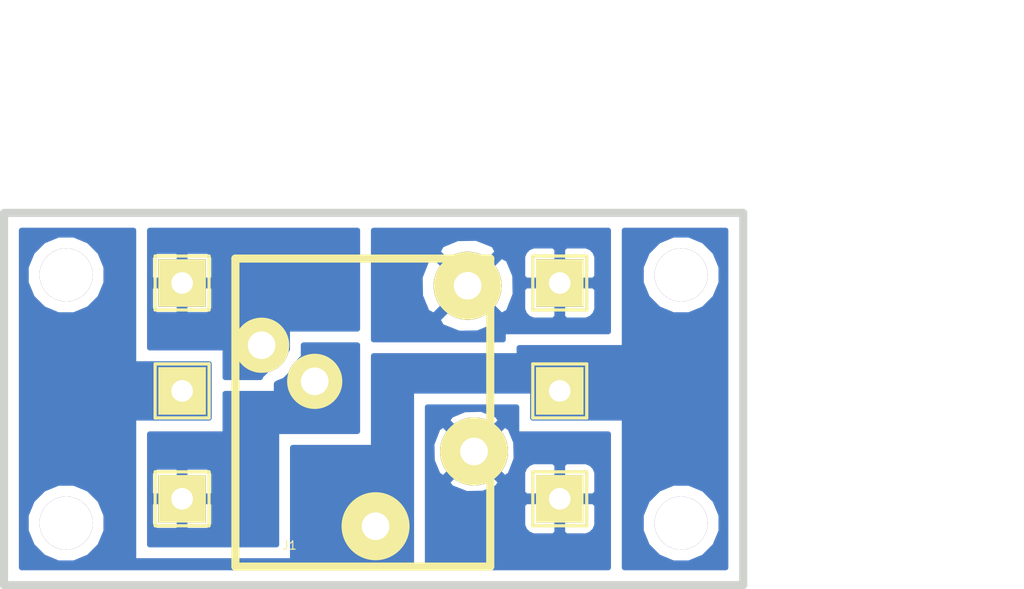
<source format=kicad_pcb>
(kicad_pcb (version 4) (host pcbnew 0.201412151231+5322~19~ubuntu14.04.1-product)

  (general
    (links 6)
    (no_connects 0)
    (area 89.278476 80.772 175.006001 113.46718)
    (thickness 1.6002)
    (drawings 7)
    (tracks 3)
    (zones 0)
    (modules 11)
    (nets 7)
  )

  (page A4)
  (title_block
    (date "22 sep 2014")
  )

  (layers
    (0 Front signal hide)
    (31 Back signal)
    (32 B.Adhes user)
    (33 F.Adhes user)
    (34 B.Paste user)
    (35 F.Paste user)
    (36 B.SilkS user)
    (37 F.SilkS user)
    (38 B.Mask user)
    (39 F.Mask user)
    (40 Dwgs.User user)
    (41 Cmts.User user)
    (42 Eco1.User user)
    (43 Eco2.User user)
    (44 Edge.Cuts user)
  )

  (setup
    (last_trace_width 0.59944)
    (trace_clearance 0.254)
    (zone_clearance 0.508)
    (zone_45_only yes)
    (trace_min 0.2032)
    (segment_width 0.381)
    (edge_width 0.381)
    (via_size 0.889)
    (via_drill 0.635)
    (via_min_size 0.889)
    (via_min_drill 0.508)
    (uvia_size 0.508)
    (uvia_drill 0.127)
    (uvias_allowed no)
    (uvia_min_size 0.508)
    (uvia_min_drill 0.127)
    (pcb_text_width 0.3048)
    (pcb_text_size 1.524 2.032)
    (mod_edge_width 0.381)
    (mod_text_size 1.524 1.524)
    (mod_text_width 0.3048)
    (pad_size 3.2004 3.2004)
    (pad_drill 1.30048)
    (pad_to_mask_clearance 0.254)
    (aux_axis_origin 0 0)
    (visible_elements FFFFFF3F)
    (pcbplotparams
      (layerselection 0x00030_80000001)
      (usegerberextensions true)
      (excludeedgelayer true)
      (linewidth 0.150000)
      (plotframeref false)
      (viasonmask false)
      (mode 1)
      (useauxorigin false)
      (hpglpennumber 1)
      (hpglpenspeed 20)
      (hpglpendiameter 15)
      (hpglpenoverlay 0)
      (psnegative false)
      (psa4output false)
      (plotreference true)
      (plotvalue true)
      (plotinvisibletext false)
      (padsonsilk false)
      (subtractmaskfromsilk false)
      (outputformat 1)
      (mirror false)
      (drillshape 1)
      (scaleselection 1)
      (outputdirectory ""))
  )

  (net 0 "")
  (net 1 AGND)
  (net 2 GND)
  (net 3 RADIO_right_out)
  (net 4 CD_right_in)
  (net 5 RADIO_left_out)
  (net 6 CD_left_in)

  (net_class Default "This is the default net class."
    (clearance 0.254)
    (trace_width 0.59944)
    (via_dia 0.889)
    (via_drill 0.635)
    (uvia_dia 0.508)
    (uvia_drill 0.127)
    (add_net AGND)
    (add_net CD_left_in)
    (add_net CD_right_in)
    (add_net RADIO_left_out)
    (add_net RADIO_right_out)
  )

  (module my_modules:3.5mm_stereo_jack_hacked (layer Front) (tedit 54942699) (tstamp 5494265D)
    (at 112.522 108.966 180)
    (path /54919413)
    (fp_text reference J1 (at 4.08432 -0.91948 180) (layer F.SilkS)
      (effects (font (size 0.39878 0.39878) (thickness 0.0508)))
    )
    (fp_text value SCJ368R1NUS0B00G (at -0.81534 8.48106 270) (layer F.SilkS) hide
      (effects (font (thickness 0.3048)))
    )
    (fp_line (start -5.36448 -1.92024) (end 6.63448 -1.92024) (layer F.SilkS) (width 0.381))
    (fp_line (start 6.63448 -1.92024) (end 6.63448 12.58062) (layer F.SilkS) (width 0.381))
    (fp_line (start 6.63448 12.58062) (end -5.36448 12.58062) (layer F.SilkS) (width 0.381))
    (fp_line (start -5.36448 12.58062) (end -5.36448 -1.92024) (layer F.SilkS) (width 0.381))
    (pad 1 thru_hole circle (at 0.03556 -0.02032 180) (size 3.2004 3.2004) (drill 1.30048) (layers *.Cu *.Mask F.SilkS)
      (net 1 AGND) (zone_connect 2))
    (pad 2 thru_hole circle (at -4.6 3.5 180) (size 3.2004 3.2004) (drill 1.30048) (layers *.Cu *.Mask F.SilkS)
      (net 3 RADIO_right_out) (zone_connect 1) (thermal_width 0.508) (thermal_gap 0.254))
    (pad 3 thru_hole circle (at -4.3 11.3 180) (size 3.2004 3.2004) (drill 1.30048) (layers *.Cu *.Mask F.SilkS)
      (net 4 CD_right_in))
    (pad 5 thru_hole circle (at 2.9 6.8 180) (size 2.6 2.6) (drill 1.30048) (layers *.Cu *.Mask F.SilkS)
      (net 5 RADIO_left_out) (zone_connect 2))
    (pad 4 thru_hole circle (at 5.4 8.5 180) (size 2.6 2.6) (drill 1.30048) (layers *.Cu *.Mask F.SilkS)
      (net 6 CD_left_in) (zone_connect 2))
  )

  (module Mounting_Holes:MountingHole_2-5mm (layer Front) (tedit 5491A8F2) (tstamp 54919E72)
    (at 126.873 108.839)
    (descr "Mounting hole, Befestigungsbohrung, 2,5mm, No Annular, Kein Restring,")
    (tags "Mounting hole, Befestigungsbohrung, 2,5mm, No Annular, Kein Restring,")
    (fp_text reference MountingHole_2-5mm (at 0 -3.50012) (layer F.SilkS) hide
      (effects (font (size 1 1) (thickness 0.15)))
    )
    (fp_text value VAL** (at 0.09906 3.59918) (layer F.SilkS) hide
      (effects (font (size 1 1) (thickness 0.15)))
    )
    (fp_circle (center 0 0) (end 2.49936 0) (layer Cmts.User) (width 0.381))
    (pad 1 thru_hole circle (at 0 0) (size 2.49936 2.49936) (drill 2.49936) (layers))
  )

  (module Mounting_Holes:MountingHole_2-5mm (layer Front) (tedit 5491A8F8) (tstamp 54919EA0)
    (at 97.917 108.839)
    (descr "Mounting hole, Befestigungsbohrung, 2,5mm, No Annular, Kein Restring,")
    (tags "Mounting hole, Befestigungsbohrung, 2,5mm, No Annular, Kein Restring,")
    (fp_text reference MountingHole_2-5mm (at 0 -3.50012) (layer F.SilkS) hide
      (effects (font (size 1 1) (thickness 0.15)))
    )
    (fp_text value VAL** (at 0.09906 3.59918) (layer F.SilkS) hide
      (effects (font (size 1 1) (thickness 0.15)))
    )
    (fp_circle (center 0 0) (end 2.49936 0) (layer Cmts.User) (width 0.381))
    (pad 1 thru_hole circle (at 0 0) (size 2.49936 2.49936) (drill 2.49936) (layers))
  )

  (module Mounting_Holes:MountingHole_2-5mm (layer Front) (tedit 5491A8F0) (tstamp 54919EB4)
    (at 126.873 97.155)
    (descr "Mounting hole, Befestigungsbohrung, 2,5mm, No Annular, Kein Restring,")
    (tags "Mounting hole, Befestigungsbohrung, 2,5mm, No Annular, Kein Restring,")
    (fp_text reference MountingHole_2-5mm (at 0 -3.50012) (layer F.SilkS) hide
      (effects (font (size 1 1) (thickness 0.15)))
    )
    (fp_text value VAL** (at 0.09906 3.59918) (layer F.SilkS) hide
      (effects (font (size 1 1) (thickness 0.15)))
    )
    (fp_circle (center 0 0) (end 2.49936 0) (layer Cmts.User) (width 0.381))
    (pad 1 thru_hole circle (at 0 0) (size 2.49936 2.49936) (drill 2.49936) (layers))
  )

  (module Mounting_Holes:MountingHole_2-5mm (layer Front) (tedit 5491A8F5) (tstamp 54919EF7)
    (at 97.917 97.155)
    (descr "Mounting hole, Befestigungsbohrung, 2,5mm, No Annular, Kein Restring,")
    (tags "Mounting hole, Befestigungsbohrung, 2,5mm, No Annular, Kein Restring,")
    (fp_text reference MountingHole_2-5mm (at 0 -3.50012) (layer F.SilkS) hide
      (effects (font (size 1 1) (thickness 0.15)))
    )
    (fp_text value VAL** (at 0.09906 3.59918) (layer F.SilkS) hide
      (effects (font (size 1 1) (thickness 0.15)))
    )
    (fp_circle (center 0 0) (end 2.49936 0) (layer Cmts.User) (width 0.381))
    (pad 1 thru_hole circle (at 0 0) (size 2.49936 2.49936) (drill 2.49936) (layers))
  )

  (module Pin_Headers:Pin_Header_Straight_1x01 (layer Front) (tedit 54942662) (tstamp 54942668)
    (at 103.378 107.696)
    (descr "Through hole pin header")
    (tags "pin header")
    (path /5491A2A2)
    (fp_text reference P1 (at 0 -2.286) (layer F.SilkS) hide
      (effects (font (size 1 1) (thickness 0.15)))
    )
    (fp_text value CONN_01X01 (at 0 0) (layer F.SilkS) hide
      (effects (font (size 1 1) (thickness 0.15)))
    )
    (fp_line (start -1.27 -1.27) (end -1.27 1.27) (layer F.SilkS) (width 0.15))
    (fp_line (start -1.27 1.27) (end 1.27 1.27) (layer F.SilkS) (width 0.15))
    (fp_line (start 1.27 1.27) (end 1.27 -1.27) (layer F.SilkS) (width 0.15))
    (fp_line (start 1.27 -1.27) (end -1.27 -1.27) (layer F.SilkS) (width 0.15))
    (pad 1 thru_hole rect (at 0 0) (size 2.2352 2.2352) (drill 1.016) (layers *.Cu *.Mask F.SilkS)
      (net 5 RADIO_left_out) (zone_connect 1) (thermal_width 0.508) (thermal_gap 0.254))
    (model Pin_Headers/Pin_Header_Straight_1x01.wrl
      (at (xyz 0 0 0))
      (scale (xyz 1 1 1))
      (rotate (xyz 0 0 0))
    )
  )

  (module Pin_Headers:Pin_Header_Straight_1x01 (layer Front) (tedit 549425E9) (tstamp 5491A157)
    (at 103.378 102.616 90)
    (descr "Through hole pin header")
    (tags "pin header")
    (path /5491A2C9)
    (fp_text reference P2 (at 0 -2.286 90) (layer F.SilkS) hide
      (effects (font (size 1 1) (thickness 0.15)))
    )
    (fp_text value CONN_01X01 (at 0 0 90) (layer F.SilkS) hide
      (effects (font (size 1 1) (thickness 0.15)))
    )
    (fp_line (start -1.27 -1.27) (end -1.27 1.27) (layer F.SilkS) (width 0.15))
    (fp_line (start -1.27 1.27) (end 1.27 1.27) (layer F.SilkS) (width 0.15))
    (fp_line (start 1.27 1.27) (end 1.27 -1.27) (layer F.SilkS) (width 0.15))
    (fp_line (start 1.27 -1.27) (end -1.27 -1.27) (layer F.SilkS) (width 0.15))
    (pad 1 thru_hole rect (at 0 0 90) (size 2.2352 2.2352) (drill 1.016) (layers *.Cu *.Mask F.SilkS)
      (net 1 AGND) (zone_connect 2))
    (model Pin_Headers/Pin_Header_Straight_1x01.wrl
      (at (xyz 0 0 0))
      (scale (xyz 1 1 1))
      (rotate (xyz 0 0 0))
    )
  )

  (module Pin_Headers:Pin_Header_Straight_1x01 (layer Front) (tedit 5491A90D) (tstamp 5491A15F)
    (at 121.158 107.696 270)
    (descr "Through hole pin header")
    (tags "pin header")
    (path /5491A2E7)
    (fp_text reference P3 (at 0 -2.286 270) (layer F.SilkS) hide
      (effects (font (size 1 1) (thickness 0.15)))
    )
    (fp_text value CONN_01X01 (at 0 0 270) (layer F.SilkS) hide
      (effects (font (size 1 1) (thickness 0.15)))
    )
    (fp_line (start -1.27 -1.27) (end -1.27 1.27) (layer F.SilkS) (width 0.15))
    (fp_line (start -1.27 1.27) (end 1.27 1.27) (layer F.SilkS) (width 0.15))
    (fp_line (start 1.27 1.27) (end 1.27 -1.27) (layer F.SilkS) (width 0.15))
    (fp_line (start 1.27 -1.27) (end -1.27 -1.27) (layer F.SilkS) (width 0.15))
    (pad 1 thru_hole rect (at 0 0 270) (size 2.2352 2.2352) (drill 1.016) (layers *.Cu *.Mask F.SilkS)
      (net 3 RADIO_right_out))
    (model Pin_Headers/Pin_Header_Straight_1x01.wrl
      (at (xyz 0 0 0))
      (scale (xyz 1 1 1))
      (rotate (xyz 0 0 0))
    )
  )

  (module Pin_Headers:Pin_Header_Straight_1x01 (layer Front) (tedit 54942623) (tstamp 5491A16F)
    (at 103.378 97.536)
    (descr "Through hole pin header")
    (tags "pin header")
    (path /5491A204)
    (fp_text reference P4 (at 0 -2.286) (layer F.SilkS) hide
      (effects (font (size 1 1) (thickness 0.15)))
    )
    (fp_text value CONN_01X01 (at 0 0) (layer F.SilkS) hide
      (effects (font (size 1 1) (thickness 0.15)))
    )
    (fp_line (start -1.27 -1.27) (end -1.27 1.27) (layer F.SilkS) (width 0.15))
    (fp_line (start -1.27 1.27) (end 1.27 1.27) (layer F.SilkS) (width 0.15))
    (fp_line (start 1.27 1.27) (end 1.27 -1.27) (layer F.SilkS) (width 0.15))
    (fp_line (start 1.27 -1.27) (end -1.27 -1.27) (layer F.SilkS) (width 0.15))
    (pad 1 thru_hole rect (at 0 0) (size 2.2352 2.2352) (drill 1.016) (layers *.Cu *.Mask F.SilkS)
      (net 6 CD_left_in) (zone_connect 1) (thermal_width 0.508) (thermal_gap 0.254))
    (model Pin_Headers/Pin_Header_Straight_1x01.wrl
      (at (xyz 0 0 0))
      (scale (xyz 1 1 1))
      (rotate (xyz 0 0 0))
    )
  )

  (module Pin_Headers:Pin_Header_Straight_1x01 (layer Front) (tedit 549425E3) (tstamp 5491A178)
    (at 121.158 102.616)
    (descr "Through hole pin header")
    (tags "pin header")
    (path /5491A1C9)
    (fp_text reference P5 (at 0 -2.286) (layer F.SilkS) hide
      (effects (font (size 1 1) (thickness 0.15)))
    )
    (fp_text value CONN_01X01 (at 0 0) (layer F.SilkS) hide
      (effects (font (size 1 1) (thickness 0.15)))
    )
    (fp_line (start -1.27 -1.27) (end -1.27 1.27) (layer F.SilkS) (width 0.15))
    (fp_line (start -1.27 1.27) (end 1.27 1.27) (layer F.SilkS) (width 0.15))
    (fp_line (start 1.27 1.27) (end 1.27 -1.27) (layer F.SilkS) (width 0.15))
    (fp_line (start 1.27 -1.27) (end -1.27 -1.27) (layer F.SilkS) (width 0.15))
    (pad 1 thru_hole rect (at 0 0) (size 2.2352 2.2352) (drill 1.016) (layers *.Cu *.Mask F.SilkS)
      (net 1 AGND) (zone_connect 2))
    (model Pin_Headers/Pin_Header_Straight_1x01.wrl
      (at (xyz 0 0 0))
      (scale (xyz 1 1 1))
      (rotate (xyz 0 0 0))
    )
  )

  (module Pin_Headers:Pin_Header_Straight_1x01 (layer Front) (tedit 5491A907) (tstamp 5491A181)
    (at 121.158 97.536)
    (descr "Through hole pin header")
    (tags "pin header")
    (path /5491A285)
    (fp_text reference P6 (at 0 -2.286) (layer F.SilkS) hide
      (effects (font (size 1 1) (thickness 0.15)))
    )
    (fp_text value CONN_01X01 (at 0 0) (layer F.SilkS) hide
      (effects (font (size 1 1) (thickness 0.15)))
    )
    (fp_line (start -1.27 -1.27) (end -1.27 1.27) (layer F.SilkS) (width 0.15))
    (fp_line (start -1.27 1.27) (end 1.27 1.27) (layer F.SilkS) (width 0.15))
    (fp_line (start 1.27 1.27) (end 1.27 -1.27) (layer F.SilkS) (width 0.15))
    (fp_line (start 1.27 -1.27) (end -1.27 -1.27) (layer F.SilkS) (width 0.15))
    (pad 1 thru_hole rect (at 0 0) (size 2.2352 2.2352) (drill 1.016) (layers *.Cu *.Mask F.SilkS)
      (net 4 CD_right_in))
    (model Pin_Headers/Pin_Header_Straight_1x01.wrl
      (at (xyz 0 0 0))
      (scale (xyz 1 1 1))
      (rotate (xyz 0 0 0))
    )
  )

  (dimension 17.526 (width 0.3048) (layer Dwgs.User)
    (gr_text "17.526 mm" (at 141.0716 102.997 270) (layer Dwgs.User)
      (effects (font (size 2.032 1.524) (thickness 0.3048)))
    )
    (feature1 (pts (xy 129.54 111.76) (xy 142.6972 111.76)))
    (feature2 (pts (xy 129.54 94.234) (xy 142.6972 94.234)))
    (crossbar (pts (xy 139.446 94.234) (xy 139.446 111.76)))
    (arrow1a (pts (xy 139.446 111.76) (xy 138.859579 110.633496)))
    (arrow1b (pts (xy 139.446 111.76) (xy 140.032421 110.633496)))
    (arrow2a (pts (xy 139.446 94.234) (xy 138.859579 95.360504)))
    (arrow2b (pts (xy 139.446 94.234) (xy 140.032421 95.360504)))
  )
  (dimension 34.798927 (width 0.3048) (layer Dwgs.User)
    (gr_text "34.799 mm" (at 112.453159 86.647198 359.5817901) (layer Dwgs.User)
      (effects (font (size 2.032 1.524) (thickness 0.3048)))
    )
    (feature1 (pts (xy 129.794 94.742) (xy 129.864025 85.148642)))
    (feature2 (pts (xy 94.996 94.488) (xy 95.066025 84.894642)))
    (crossbar (pts (xy 95.042294 88.145755) (xy 129.840294 88.399755)))
    (arrow1a (pts (xy 129.840294 88.399755) (xy 128.70954 88.977938)))
    (arrow1b (pts (xy 129.840294 88.399755) (xy 128.718101 87.805127)))
    (arrow2a (pts (xy 95.042294 88.145755) (xy 96.164487 88.740383)))
    (arrow2b (pts (xy 95.042294 88.145755) (xy 96.173048 87.567572)))
  )
  (gr_line (start 129.794 111.76) (end 129.54 111.76) (angle 90) (layer Edge.Cuts) (width 0.381))
  (gr_line (start 129.794 94.234) (end 129.794 111.76) (angle 90) (layer Edge.Cuts) (width 0.381))
  (gr_line (start 94.996 94.234) (end 129.794 94.234) (angle 90) (layer Edge.Cuts) (width 0.381))
  (gr_line (start 94.996 111.76) (end 94.996 94.234) (angle 90) (layer Edge.Cuts) (width 0.381))
  (gr_line (start 129.54 111.76) (end 94.996 111.76) (angle 90) (layer Edge.Cuts) (width 0.381))

  (segment (start 109.622 102.166) (end 109.416 102.166) (width 0.59944) (layer Back) (net 5) (status 30))
  (segment (start 109.622 102.166) (end 109.622 101.706) (width 0.59944) (layer Back) (net 5) (status 30))
  (segment (start 109.622 102.166) (end 110.2415 102.166) (width 0.59944) (layer Back) (net 5) (status 30))

  (zone (net 2) (net_name GND) (layer Front) (tstamp 54259C7A) (hatch edge 0.508)
    (connect_pads (clearance 0.508))
    (min_thickness 0.254)
    (fill yes (arc_segments 16) (thermal_gap 0.508) (thermal_bridge_width 0.508))
    (polygon
      (pts
        (xy 175.006 99.822) (xy 141.732 99.822) (xy 141.732 80.772) (xy 175.006 80.772)
      )
    )
  )
  (zone (net 0) (net_name "") (layer Front) (tstamp 54259D5B) (hatch edge 0.508)
    (connect_pads (clearance 0.508))
    (min_thickness 0.254)
    (keepout (tracks allowed) (vias allowed) (copperpour not_allowed))
    (fill yes (arc_segments 16) (thermal_gap 0.508) (thermal_bridge_width 0.508))
    (polygon
      (pts
        (xy 175.006 99.314) (xy 172.466 99.314) (xy 172.466 97.282) (xy 175.006 97.282)
      )
    )
  )
  (zone (net 0) (net_name "") (layer Front) (tstamp 54259D6F) (hatch edge 0.508)
    (connect_pads (clearance 0.508))
    (min_thickness 0.254)
    (keepout (tracks allowed) (vias allowed) (copperpour not_allowed))
    (fill yes (arc_segments 16) (thermal_gap 0.508) (thermal_bridge_width 0.508))
    (polygon
      (pts
        (xy 175.006 94.234) (xy 172.466 94.234) (xy 172.466 92.202) (xy 175.006 92.202)
      )
    )
  )
  (zone (net 0) (net_name "") (layer Front) (tstamp 54259D76) (hatch edge 0.508)
    (connect_pads (clearance 0.508))
    (min_thickness 0.254)
    (keepout (tracks allowed) (vias allowed) (copperpour not_allowed))
    (fill yes (arc_segments 16) (thermal_gap 0.508) (thermal_bridge_width 0.508))
    (polygon
      (pts
        (xy 175.006 89.154) (xy 172.466 89.154) (xy 172.466 87.122) (xy 175.006 87.122)
      )
    )
  )
  (zone (net 1) (net_name AGND) (layer Back) (tstamp 54942208) (hatch edge 0.508)
    (connect_pads (clearance 0.508))
    (min_thickness 0.254)
    (fill yes (arc_segments 16) (thermal_gap 0.508) (thermal_bridge_width 0.508))
    (polygon
      (pts
        (xy 129.54 111.506) (xy 124.079 111.506) (xy 124.079 104.013) (xy 119.761 104.013) (xy 119.761 102.743)
        (xy 114.3 102.743) (xy 114.3 111.506) (xy 95.25 111.506) (xy 95.25 94.488) (xy 101.219 94.488)
        (xy 101.219 101.219) (xy 104.775 101.219) (xy 104.775 104.013) (xy 101.219 104.013) (xy 101.219 110.49)
        (xy 108.458 110.49) (xy 108.458 105.156) (xy 112.268 105.156) (xy 112.268 100.838) (xy 119.126 100.838)
        (xy 119.126 100.457) (xy 124.079 100.457) (xy 124.079 94.488) (xy 129.54 94.488)
      )
    )
    (filled_polygon
      (pts
        (xy 128.9685 110.9345) (xy 128.758006 110.9345) (xy 128.758006 108.465759) (xy 128.758006 96.781759) (xy 128.471686 96.088809)
        (xy 127.941979 95.558178) (xy 127.249531 95.270648) (xy 126.499759 95.269994) (xy 125.806809 95.556314) (xy 125.276178 96.086021)
        (xy 124.988648 96.778469) (xy 124.987994 97.528241) (xy 125.274314 98.221191) (xy 125.804021 98.751822) (xy 126.496469 99.039352)
        (xy 127.246241 99.040006) (xy 127.939191 98.753686) (xy 128.469822 98.223979) (xy 128.757352 97.531531) (xy 128.758006 96.781759)
        (xy 128.758006 108.465759) (xy 128.471686 107.772809) (xy 127.941979 107.242178) (xy 127.249531 106.954648) (xy 126.499759 106.953994)
        (xy 125.806809 107.240314) (xy 125.276178 107.770021) (xy 124.988648 108.462469) (xy 124.987994 109.212241) (xy 125.274314 109.905191)
        (xy 125.804021 110.435822) (xy 126.496469 110.723352) (xy 127.246241 110.724006) (xy 127.939191 110.437686) (xy 128.469822 109.907979)
        (xy 128.757352 109.215531) (xy 128.758006 108.465759) (xy 128.758006 110.9345) (xy 124.206 110.9345) (xy 124.206 103.886)
        (xy 119.888 103.886) (xy 119.888 102.616) (xy 114.173 102.616) (xy 114.173 110.9345) (xy 99.802006 110.9345)
        (xy 99.802006 108.465759) (xy 99.802006 96.781759) (xy 99.515686 96.088809) (xy 98.985979 95.558178) (xy 98.293531 95.270648)
        (xy 97.543759 95.269994) (xy 96.850809 95.556314) (xy 96.320178 96.086021) (xy 96.032648 96.778469) (xy 96.031994 97.528241)
        (xy 96.318314 98.221191) (xy 96.848021 98.751822) (xy 97.540469 99.039352) (xy 98.290241 99.040006) (xy 98.983191 98.753686)
        (xy 99.513822 98.223979) (xy 99.801352 97.531531) (xy 99.802006 96.781759) (xy 99.802006 108.465759) (xy 99.515686 107.772809)
        (xy 98.985979 107.242178) (xy 98.293531 106.954648) (xy 97.543759 106.953994) (xy 96.850809 107.240314) (xy 96.320178 107.770021)
        (xy 96.032648 108.462469) (xy 96.031994 109.212241) (xy 96.318314 109.905191) (xy 96.848021 110.435822) (xy 97.540469 110.723352)
        (xy 98.290241 110.724006) (xy 98.983191 110.437686) (xy 99.513822 109.907979) (xy 99.801352 109.215531) (xy 99.802006 108.465759)
        (xy 99.802006 110.9345) (xy 95.8215 110.9345) (xy 95.8215 95.0595) (xy 101.092 95.0595) (xy 101.092 101.346)
        (xy 104.648 101.346) (xy 104.648 103.886) (xy 101.092 103.886) (xy 101.092 110.617) (xy 108.585 110.617)
        (xy 108.585 105.283) (xy 112.395 105.283) (xy 112.395 100.965) (xy 119.253 100.965) (xy 119.253 100.584)
        (xy 124.206 100.584) (xy 124.206 95.0595) (xy 128.9685 95.0595) (xy 128.9685 110.9345)
      )
    )
  )
  (zone (net 3) (net_name RADIO_right_out) (layer Back) (tstamp 54942204) (hatch edge 0.508)
    (connect_pads (clearance 0.508))
    (min_thickness 0.254)
    (fill yes (arc_segments 16) (thermal_gap 0.508) (thermal_bridge_width 0.508))
    (polygon
      (pts
        (xy 123.571 111.506) (xy 114.808 111.506) (xy 114.808 103.251) (xy 119.253 103.251) (xy 119.253 104.521)
        (xy 123.571 104.521)
      )
    )
    (filled_polygon
      (pts
        (xy 123.444 110.9345) (xy 122.9106 110.9345) (xy 122.9106 108.939909) (xy 122.9106 107.98175) (xy 122.9106 107.41025)
        (xy 122.9106 106.452091) (xy 122.813927 106.218702) (xy 122.635299 106.040073) (xy 122.40191 105.9434) (xy 122.149291 105.9434)
        (xy 121.44375 105.9434) (xy 121.285 106.10215) (xy 121.285 107.569) (xy 122.75185 107.569) (xy 122.9106 107.41025)
        (xy 122.9106 107.98175) (xy 122.75185 107.823) (xy 121.285 107.823) (xy 121.285 109.28985) (xy 121.44375 109.4486)
        (xy 122.149291 109.4486) (xy 122.40191 109.4486) (xy 122.635299 109.351927) (xy 122.813927 109.173298) (xy 122.9106 108.939909)
        (xy 122.9106 110.9345) (xy 121.031 110.9345) (xy 121.031 109.28985) (xy 121.031 107.823) (xy 121.031 107.569)
        (xy 121.031 106.10215) (xy 120.87225 105.9434) (xy 120.166709 105.9434) (xy 119.91409 105.9434) (xy 119.680701 106.040073)
        (xy 119.502073 106.218702) (xy 119.4054 106.452091) (xy 119.4054 107.41025) (xy 119.56415 107.569) (xy 121.031 107.569)
        (xy 121.031 107.823) (xy 119.56415 107.823) (xy 119.4054 107.98175) (xy 119.4054 108.939909) (xy 119.502073 109.173298)
        (xy 119.680701 109.351927) (xy 119.91409 109.4486) (xy 120.166709 109.4486) (xy 120.87225 109.4486) (xy 121.031 109.28985)
        (xy 121.031 110.9345) (xy 119.111963 110.9345) (xy 119.111963 105.813139) (xy 119.09333 105.025189) (xy 118.827641 104.38376)
        (xy 118.569851 104.197754) (xy 118.390246 104.377359) (xy 118.390246 104.018149) (xy 118.20424 103.760359) (xy 117.469139 103.476037)
        (xy 116.681189 103.49467) (xy 116.03976 103.760359) (xy 115.853754 104.018149) (xy 117.122 105.286395) (xy 118.390246 104.018149)
        (xy 118.390246 104.377359) (xy 117.301605 105.466) (xy 118.569851 106.734246) (xy 118.827641 106.54824) (xy 119.111963 105.813139)
        (xy 119.111963 110.9345) (xy 118.390246 110.9345) (xy 118.390246 106.913851) (xy 117.122 105.645605) (xy 116.942395 105.82521)
        (xy 116.942395 105.466) (xy 115.674149 104.197754) (xy 115.416359 104.38376) (xy 115.132037 105.118861) (xy 115.15067 105.906811)
        (xy 115.416359 106.54824) (xy 115.674149 106.734246) (xy 116.942395 105.466) (xy 116.942395 105.82521) (xy 115.853754 106.913851)
        (xy 116.03976 107.171641) (xy 116.774861 107.455963) (xy 117.562811 107.43733) (xy 118.20424 107.171641) (xy 118.390246 106.913851)
        (xy 118.390246 110.9345) (xy 114.935 110.9345) (xy 114.935 103.378) (xy 119.126 103.378) (xy 119.126 104.648)
        (xy 123.444 104.648) (xy 123.444 110.9345)
      )
    )
  )
  (zone (net 4) (net_name CD_right_in) (layer Back) (tstamp 54942203) (hatch edge 0.508)
    (connect_pads (clearance 0.508))
    (min_thickness 0.254)
    (fill yes (arc_segments 16) (thermal_gap 0.508) (thermal_bridge_width 0.508))
    (polygon
      (pts
        (xy 123.571 99.949) (xy 118.618 99.949) (xy 118.618 100.33) (xy 112.268 100.33) (xy 112.268 94.488)
        (xy 123.571 94.488)
      )
    )
    (filled_polygon
      (pts
        (xy 123.444 99.822) (xy 122.9106 99.822) (xy 122.9106 98.77991) (xy 122.9106 98.527291) (xy 122.9106 97.82175)
        (xy 122.9106 97.25025) (xy 122.9106 96.544709) (xy 122.9106 96.29209) (xy 122.813927 96.058701) (xy 122.635298 95.880073)
        (xy 122.401909 95.7834) (xy 121.44375 95.7834) (xy 121.285 95.94215) (xy 121.285 97.409) (xy 122.75185 97.409)
        (xy 122.9106 97.25025) (xy 122.9106 97.82175) (xy 122.75185 97.663) (xy 121.285 97.663) (xy 121.285 99.12985)
        (xy 121.44375 99.2886) (xy 122.401909 99.2886) (xy 122.635298 99.191927) (xy 122.813927 99.013299) (xy 122.9106 98.77991)
        (xy 122.9106 99.822) (xy 121.031 99.822) (xy 121.031 99.12985) (xy 121.031 97.663) (xy 121.031 97.409)
        (xy 121.031 95.94215) (xy 120.87225 95.7834) (xy 119.914091 95.7834) (xy 119.680702 95.880073) (xy 119.502073 96.058701)
        (xy 119.4054 96.29209) (xy 119.4054 96.544709) (xy 119.4054 97.25025) (xy 119.56415 97.409) (xy 121.031 97.409)
        (xy 121.031 97.663) (xy 119.56415 97.663) (xy 119.4054 97.82175) (xy 119.4054 98.527291) (xy 119.4054 98.77991)
        (xy 119.502073 99.013299) (xy 119.680702 99.191927) (xy 119.914091 99.2886) (xy 120.87225 99.2886) (xy 121.031 99.12985)
        (xy 121.031 99.822) (xy 119.064226 99.822) (xy 119.064226 98.073702) (xy 119.049567 97.184605) (xy 118.737525 96.43127)
        (xy 118.408347 96.259258) (xy 118.228742 96.438863) (xy 118.228742 96.079653) (xy 118.05673 95.750475) (xy 117.229702 95.423774)
        (xy 116.340605 95.438433) (xy 115.58727 95.750475) (xy 115.415258 96.079653) (xy 116.822 97.486395) (xy 118.228742 96.079653)
        (xy 118.228742 96.438863) (xy 117.001605 97.666) (xy 118.408347 99.072742) (xy 118.737525 98.90073) (xy 119.064226 98.073702)
        (xy 119.064226 99.822) (xy 118.491 99.822) (xy 118.491 100.203) (xy 118.228742 100.203) (xy 118.228742 99.252347)
        (xy 116.822 97.845605) (xy 116.642395 98.02521) (xy 116.642395 97.666) (xy 115.235653 96.259258) (xy 114.906475 96.43127)
        (xy 114.579774 97.258298) (xy 114.594433 98.147395) (xy 114.906475 98.90073) (xy 115.235653 99.072742) (xy 116.642395 97.666)
        (xy 116.642395 98.02521) (xy 115.415258 99.252347) (xy 115.58727 99.581525) (xy 116.414298 99.908226) (xy 117.303395 99.893567)
        (xy 118.05673 99.581525) (xy 118.228742 99.252347) (xy 118.228742 100.203) (xy 112.395 100.203) (xy 112.395 95.0595)
        (xy 123.444 95.0595) (xy 123.444 99.822)
      )
    )
  )
  (zone (net 5) (net_name RADIO_left_out) (layer Back) (tstamp 54942205) (hatch edge 0.508)
    (connect_pads (clearance 0.508))
    (min_thickness 0.254)
    (fill yes (arc_segments 16) (thermal_gap 0.508) (thermal_bridge_width 0.508))
    (polygon
      (pts
        (xy 111.76 104.648) (xy 107.95 104.648) (xy 107.95 109.982) (xy 101.727 109.982) (xy 101.727 104.521)
        (xy 105.283 104.521) (xy 105.283 102.616) (xy 107.696 102.616) (xy 107.696 102.235) (xy 108.966 100.965)
        (xy 108.966 100.33) (xy 111.76 100.33)
      )
    )
    (filled_polygon
      (pts
        (xy 111.633 104.521) (xy 107.823 104.521) (xy 107.823 109.855) (xy 104.8766 109.855) (xy 104.8766 108.889385)
        (xy 104.8766 108.737814) (xy 104.8766 107.91825) (xy 104.8766 107.47375) (xy 104.8766 106.654186) (xy 104.8766 106.502615)
        (xy 104.818596 106.362581) (xy 104.71142 106.255404) (xy 104.571386 106.1974) (xy 103.60025 106.1974) (xy 103.505 106.29265)
        (xy 103.505 107.569) (xy 104.78135 107.569) (xy 104.8766 107.47375) (xy 104.8766 107.91825) (xy 104.78135 107.823)
        (xy 103.505 107.823) (xy 103.505 109.09935) (xy 103.60025 109.1946) (xy 104.571386 109.1946) (xy 104.71142 109.136596)
        (xy 104.818596 109.029419) (xy 104.8766 108.889385) (xy 104.8766 109.855) (xy 103.251 109.855) (xy 103.251 109.09935)
        (xy 103.251 107.823) (xy 103.251 107.569) (xy 103.251 106.29265) (xy 103.15575 106.1974) (xy 102.184614 106.1974)
        (xy 102.04458 106.255404) (xy 101.937404 106.362581) (xy 101.8794 106.502615) (xy 101.8794 106.654186) (xy 101.8794 107.47375)
        (xy 101.97465 107.569) (xy 103.251 107.569) (xy 103.251 107.823) (xy 101.97465 107.823) (xy 101.8794 107.91825)
        (xy 101.8794 108.737814) (xy 101.8794 108.889385) (xy 101.937404 109.029419) (xy 102.04458 109.136596) (xy 102.184614 109.1946)
        (xy 103.15575 109.1946) (xy 103.251 109.09935) (xy 103.251 109.855) (xy 101.854 109.855) (xy 101.854 104.648)
        (xy 105.41 104.648) (xy 105.41 102.743) (xy 107.823 102.743) (xy 107.823 102.287605) (xy 107.852957 102.257647)
        (xy 108.216658 102.10737) (xy 108.761457 101.563521) (xy 108.91368 101.196924) (xy 109.093 101.017605) (xy 109.093 100.457)
        (xy 111.633 100.457) (xy 111.633 104.521)
      )
    )
  )
  (zone (net 6) (net_name CD_left_in) (layer Back) (tstamp 54942267) (hatch full 0.508)
    (connect_pads (clearance 0.508))
    (min_thickness 0.254)
    (fill yes (mode segment) (arc_segments 16) (thermal_gap 0.508) (thermal_bridge_width 0.508))
    (polygon
      (pts
        (xy 111.76 99.822) (xy 108.458 99.822) (xy 108.458 100.711) (xy 107.188 101.981) (xy 107.188 102.108)
        (xy 105.283 102.108) (xy 105.283 100.711) (xy 101.727 100.711) (xy 101.727 94.488) (xy 111.76 94.488)
      )
    )
    (filled_polygon
      (pts
        (xy 111.633 99.695) (xy 108.331 99.695) (xy 108.331 100.658395) (xy 107.061 101.928395) (xy 107.061 101.981)
        (xy 105.41 101.981) (xy 105.41 100.584) (xy 104.8766 100.584) (xy 104.8766 98.729385) (xy 104.8766 98.577814)
        (xy 104.8766 97.75825) (xy 104.8766 97.31375) (xy 104.8766 96.494186) (xy 104.8766 96.342615) (xy 104.818596 96.202581)
        (xy 104.71142 96.095404) (xy 104.571386 96.0374) (xy 103.60025 96.0374) (xy 103.505 96.13265) (xy 103.505 97.409)
        (xy 104.78135 97.409) (xy 104.8766 97.31375) (xy 104.8766 97.75825) (xy 104.78135 97.663) (xy 103.505 97.663)
        (xy 103.505 98.93935) (xy 103.60025 99.0346) (xy 104.571386 99.0346) (xy 104.71142 98.976596) (xy 104.818596 98.869419)
        (xy 104.8766 98.729385) (xy 104.8766 100.584) (xy 103.251 100.584) (xy 103.251 98.93935) (xy 103.251 97.663)
        (xy 103.251 97.409) (xy 103.251 96.13265) (xy 103.15575 96.0374) (xy 102.184614 96.0374) (xy 102.04458 96.095404)
        (xy 101.937404 96.202581) (xy 101.8794 96.342615) (xy 101.8794 96.494186) (xy 101.8794 97.31375) (xy 101.97465 97.409)
        (xy 103.251 97.409) (xy 103.251 97.663) (xy 101.97465 97.663) (xy 101.8794 97.75825) (xy 101.8794 98.577814)
        (xy 101.8794 98.729385) (xy 101.937404 98.869419) (xy 102.04458 98.976596) (xy 102.184614 99.0346) (xy 103.15575 99.0346)
        (xy 103.251 98.93935) (xy 103.251 100.584) (xy 101.854 100.584) (xy 101.854 95.0595) (xy 111.633 95.0595)
        (xy 111.633 99.695)
      )
    )
    (fill_segments
      (pts (xy 101.854 95.0595) (xy 111.633 95.0595))
      (pts (xy 101.854 95.2627) (xy 111.633 95.2627))
      (pts (xy 101.854 95.4659) (xy 111.633 95.4659))
      (pts (xy 101.854 95.6691) (xy 111.633 95.6691))
      (pts (xy 101.854 95.8723) (xy 111.633 95.8723))
      (pts (xy 101.854 96.0755) (xy 102.092632 96.0755))
      (pts (xy 103.19385 96.0755) (xy 103.56215 96.0755))
      (pts (xy 104.663367 96.0755) (xy 111.633 96.0755))
      (pts (xy 101.854 96.2787) (xy 101.905874 96.2787))
      (pts (xy 103.251 96.2787) (xy 103.505 96.2787))
      (pts (xy 104.850125 96.2787) (xy 111.633 96.2787))
      (pts (xy 101.854 96.4819) (xy 101.8794 96.4819))
      (pts (xy 103.251 96.4819) (xy 103.505 96.4819))
      (pts (xy 104.8766 96.4819) (xy 111.633 96.4819))
      (pts (xy 101.854 96.6851) (xy 101.8794 96.6851))
      (pts (xy 103.251 96.6851) (xy 103.505 96.6851))
      (pts (xy 104.8766 96.6851) (xy 111.633 96.6851))
      (pts (xy 101.854 96.8883) (xy 101.8794 96.8883))
      (pts (xy 103.251 96.8883) (xy 103.505 96.8883))
      (pts (xy 104.8766 96.8883) (xy 111.633 96.8883))
      (pts (xy 101.854 97.0915) (xy 101.8794 97.0915))
      (pts (xy 103.251 97.0915) (xy 103.505 97.0915))
      (pts (xy 104.8766 97.0915) (xy 111.633 97.0915))
      (pts (xy 101.854 97.2947) (xy 101.8794 97.2947))
      (pts (xy 103.251 97.2947) (xy 103.505 97.2947))
      (pts (xy 104.8766 97.2947) (xy 111.633 97.2947))
      (pts (xy 101.854 97.4979) (xy 103.251 97.4979))
      (pts (xy 103.251 97.4979) (xy 104.8766 97.4979))
      (pts (xy 104.8766 97.4979) (xy 111.633 97.4979))
      (pts (xy 101.854 97.7011) (xy 101.93655 97.7011))
      (pts (xy 103.251 97.7011) (xy 103.505 97.7011))
      (pts (xy 104.81945 97.7011) (xy 104.8766 97.7011))
      (pts (xy 104.8766 97.7011) (xy 111.633 97.7011))
      (pts (xy 101.854 97.9043) (xy 101.8794 97.9043))
      (pts (xy 103.251 97.9043) (xy 103.505 97.9043))
      (pts (xy 104.8766 97.9043) (xy 111.633 97.9043))
      (pts (xy 101.854 98.1075) (xy 101.8794 98.1075))
      (pts (xy 103.251 98.1075) (xy 103.505 98.1075))
      (pts (xy 104.8766 98.1075) (xy 111.633 98.1075))
      (pts (xy 101.854 98.3107) (xy 101.8794 98.3107))
      (pts (xy 103.251 98.3107) (xy 103.505 98.3107))
      (pts (xy 104.8766 98.3107) (xy 111.633 98.3107))
      (pts (xy 101.854 98.5139) (xy 101.8794 98.5139))
      (pts (xy 103.251 98.5139) (xy 103.505 98.5139))
      (pts (xy 104.8766 98.5139) (xy 111.633 98.5139))
      (pts (xy 101.854 98.7171) (xy 101.8794 98.7171))
      (pts (xy 103.251 98.7171) (xy 103.505 98.7171))
      (pts (xy 104.8766 98.7171) (xy 111.633 98.7171))
      (pts (xy 101.854 98.9203) (xy 101.988285 98.9203))
      (pts (xy 103.251 98.9203) (xy 103.505 98.9203))
      (pts (xy 104.767716 98.9203) (xy 104.8766 98.9203))
      (pts (xy 104.8766 98.9203) (xy 111.633 98.9203))
      (pts (xy 101.854 99.1235) (xy 103.251 99.1235))
      (pts (xy 103.251 99.1235) (xy 104.8766 99.1235))
      (pts (xy 104.8766 99.1235) (xy 111.633 99.1235))
      (pts (xy 101.854 99.3267) (xy 103.251 99.3267))
      (pts (xy 103.251 99.3267) (xy 104.8766 99.3267))
      (pts (xy 104.8766 99.3267) (xy 111.633 99.3267))
      (pts (xy 101.854 99.5299) (xy 103.251 99.5299))
      (pts (xy 103.251 99.5299) (xy 104.8766 99.5299))
      (pts (xy 104.8766 99.5299) (xy 111.633 99.5299))
      (pts (xy 101.854 99.7331) (xy 103.251 99.7331))
      (pts (xy 103.251 99.7331) (xy 104.8766 99.7331))
      (pts (xy 104.8766 99.7331) (xy 108.331 99.7331))
      (pts (xy 101.854 99.9363) (xy 103.251 99.9363))
      (pts (xy 103.251 99.9363) (xy 104.8766 99.9363))
      (pts (xy 104.8766 99.9363) (xy 108.331 99.9363))
      (pts (xy 101.854 100.1395) (xy 103.251 100.1395))
      (pts (xy 103.251 100.1395) (xy 104.8766 100.1395))
      (pts (xy 104.8766 100.1395) (xy 108.331 100.1395))
      (pts (xy 101.854 100.3427) (xy 103.251 100.3427))
      (pts (xy 103.251 100.3427) (xy 104.8766 100.3427))
      (pts (xy 104.8766 100.3427) (xy 108.331 100.3427))
      (pts (xy 101.854 100.5459) (xy 103.251 100.5459))
      (pts (xy 103.251 100.5459) (xy 104.8766 100.5459))
      (pts (xy 104.8766 100.5459) (xy 108.331 100.5459))
      (pts (xy 105.41 100.7491) (xy 108.240295 100.7491))
      (pts (xy 105.41 100.9523) (xy 108.037095 100.9523))
      (pts (xy 105.41 101.1555) (xy 107.833895 101.1555))
      (pts (xy 105.41 101.3587) (xy 107.630695 101.3587))
      (pts (xy 105.41 101.5619) (xy 107.427495 101.5619))
      (pts (xy 105.41 101.7651) (xy 107.224295 101.7651))
      (pts (xy 105.41 101.9683) (xy 107.061 101.9683))
    )
  )
)

</source>
